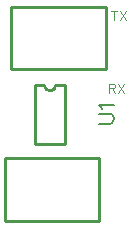
<source format=gbr>
G04 DipTrace 3.2.0.0*
G04 TopSilk.gbr*
%MOMM*%
G04 #@! TF.FileFunction,Legend,Top*
G04 #@! TF.Part,Single*
%ADD10C,0.25*%
%ADD39C,0.19608*%
%ADD40C,0.11765*%
%FSLAX35Y35*%
G04*
G71*
G90*
G75*
G01*
G04 TopSilk*
%LPD*%
X2190813Y1008177D2*
D10*
X1390793D1*
Y1538201D1*
X2190813D1*
Y1008177D1*
X1446153Y2822653D2*
X2246173D1*
Y2292629D1*
X1446153D1*
Y2822653D1*
X1646449Y2160895D2*
Y1660885D1*
X1906485Y2160895D2*
Y1660885D1*
X1646449D2*
X1906485D1*
X1726443Y2160895D2*
X1646449D1*
X1826491D2*
X1906485D1*
X1726443D2*
G03X1826491Y2160895I50024J23D01*
G01*
X2189542Y1833514D2*
D39*
X2280651D1*
X2298901Y1839551D1*
X2310975Y1851764D1*
X2317152Y1870014D1*
Y1882087D1*
X2310975Y1900337D1*
X2298902Y1912551D1*
X2280652Y1918587D1*
X2189542D1*
X2213969Y1957803D2*
X2207792Y1970016D1*
X2189682Y1988266D1*
X2317151D1*
X2315454Y2787332D2*
D40*
Y2710766D1*
X2289932Y2787332D2*
X2340976D1*
X2364506D2*
X2415549Y2710766D1*
Y2787332D2*
X2364506Y2710766D1*
X2274979Y2134173D2*
X2307745D1*
X2318695Y2137879D1*
X2322401Y2141501D1*
X2326023Y2148745D1*
Y2156073D1*
X2322401Y2163317D1*
X2318695Y2167023D1*
X2307745Y2170645D1*
X2274979D1*
Y2094079D1*
X2300501Y2134173D2*
X2326023Y2094079D1*
X2349552Y2170645D2*
X2400596Y2094079D1*
Y2170645D2*
X2349552Y2094079D1*
M02*

</source>
